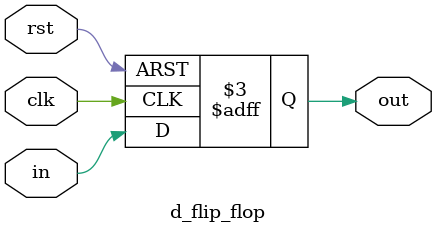
<source format=v>
module d_flip_flop(out, 	in, 	clk, 	rst);

	output 	reg 	out;
	
	input 	wire 	in;
	input	wire	rst;
	input 	wire 	clk;

	
	always @(posedge clk or negedge rst)begin
		if (~rst) 
			out <= 0;
		else 
			out <= in;
	end
	

endmodule			
</source>
